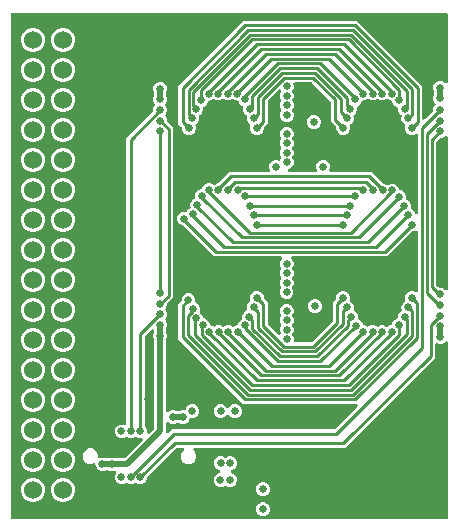
<source format=gbr>
G04 EAGLE Gerber RS-274X export*
G75*
%MOMM*%
%FSLAX34Y34*%
%LPD*%
%INCopper Layer 15*%
%IPPOS*%
%AMOC8*
5,1,8,0,0,1.08239X$1,22.5*%
G01*
G04 Define Apertures*
%ADD10C,1.524000*%
%ADD11C,0.654800*%
%ADD12C,0.508000*%
%ADD13C,0.254000*%
G36*
X371685Y2641D02*
X372102Y2926D01*
X372375Y3352D01*
X372460Y3810D01*
X372460Y152172D01*
X372359Y152667D01*
X372074Y153084D01*
X371648Y153356D01*
X371150Y153441D01*
X370658Y153325D01*
X370292Y153070D01*
X369293Y152071D01*
X367157Y151186D01*
X364843Y151186D01*
X363566Y151715D01*
X363070Y151812D01*
X362575Y151707D01*
X362161Y151418D01*
X361892Y150990D01*
X361810Y150542D01*
X361810Y139422D01*
X285578Y63190D01*
X158125Y63190D01*
X157630Y63089D01*
X157213Y62804D01*
X156940Y62378D01*
X156856Y61880D01*
X156972Y61388D01*
X157227Y61022D01*
X158544Y59705D01*
X159540Y57301D01*
X159540Y54699D01*
X158544Y52295D01*
X156705Y50456D01*
X154301Y49460D01*
X151699Y49460D01*
X149295Y50456D01*
X147456Y52295D01*
X146460Y54699D01*
X146460Y57301D01*
X147456Y59705D01*
X148773Y61022D01*
X149052Y61443D01*
X149145Y61940D01*
X149036Y62434D01*
X148744Y62846D01*
X148314Y63112D01*
X147875Y63190D01*
X143320Y63190D01*
X142825Y63089D01*
X142422Y62818D01*
X118402Y38798D01*
X118123Y38376D01*
X118030Y37900D01*
X118030Y36843D01*
X117145Y34707D01*
X115509Y33071D01*
X113373Y32186D01*
X111059Y32186D01*
X108711Y33159D01*
X108657Y33195D01*
X108160Y33288D01*
X107666Y33179D01*
X107617Y33146D01*
X105301Y32186D01*
X102987Y32186D01*
X100639Y33159D01*
X100585Y33195D01*
X100088Y33288D01*
X99594Y33179D01*
X99545Y33146D01*
X97229Y32186D01*
X94915Y32186D01*
X92779Y33071D01*
X91143Y34707D01*
X90258Y36843D01*
X90258Y39157D01*
X91143Y41293D01*
X91264Y41414D01*
X91543Y41836D01*
X91636Y42333D01*
X91528Y42826D01*
X91235Y43239D01*
X90805Y43504D01*
X90305Y43581D01*
X89880Y43486D01*
X89156Y43186D01*
X86843Y43186D01*
X85305Y43823D01*
X84819Y43920D01*
X83181Y43920D01*
X82695Y43823D01*
X81157Y43186D01*
X78843Y43186D01*
X76707Y44071D01*
X75071Y45707D01*
X74186Y47843D01*
X74186Y48754D01*
X74085Y49250D01*
X73800Y49667D01*
X73374Y49939D01*
X72876Y50024D01*
X72430Y49928D01*
X71301Y49460D01*
X68699Y49460D01*
X66295Y50456D01*
X64456Y52295D01*
X63460Y54699D01*
X63460Y57301D01*
X64456Y59705D01*
X66295Y61544D01*
X68699Y62540D01*
X71301Y62540D01*
X73705Y61544D01*
X75544Y59705D01*
X76540Y57301D01*
X76540Y55761D01*
X76641Y55265D01*
X76926Y54848D01*
X77352Y54576D01*
X77850Y54491D01*
X78296Y54587D01*
X78844Y54814D01*
X81157Y54814D01*
X82695Y54177D01*
X83181Y54080D01*
X84819Y54080D01*
X85305Y54177D01*
X86843Y54814D01*
X89157Y54814D01*
X90695Y54177D01*
X91181Y54080D01*
X98370Y54080D01*
X98865Y54181D01*
X99268Y54452D01*
X113834Y69018D01*
X114113Y69439D01*
X114206Y69936D01*
X114097Y70430D01*
X113805Y70842D01*
X113375Y71108D01*
X112936Y71186D01*
X111059Y71186D01*
X108711Y72159D01*
X108657Y72195D01*
X108160Y72288D01*
X107666Y72179D01*
X107617Y72146D01*
X105301Y71186D01*
X102987Y71186D01*
X100639Y72159D01*
X100585Y72195D01*
X100088Y72288D01*
X99594Y72179D01*
X99545Y72146D01*
X97229Y71186D01*
X94915Y71186D01*
X92779Y72071D01*
X91143Y73707D01*
X90258Y75843D01*
X90258Y78157D01*
X91143Y80293D01*
X92779Y81929D01*
X94915Y82814D01*
X97228Y82814D01*
X98434Y82315D01*
X98930Y82218D01*
X99425Y82323D01*
X99839Y82612D01*
X100108Y83040D01*
X100190Y83488D01*
X100190Y325578D01*
X122814Y348202D01*
X123093Y348624D01*
X123186Y349100D01*
X123186Y350157D01*
X124071Y352293D01*
X124380Y352602D01*
X124659Y353023D01*
X124752Y353520D01*
X124643Y354014D01*
X124380Y354398D01*
X124071Y354707D01*
X123186Y356843D01*
X123186Y359157D01*
X123823Y360695D01*
X123920Y361181D01*
X123920Y363819D01*
X123823Y364305D01*
X123186Y365843D01*
X123186Y368157D01*
X124071Y370293D01*
X125707Y371929D01*
X127843Y372814D01*
X130157Y372814D01*
X132293Y371929D01*
X133929Y370293D01*
X134814Y368157D01*
X134814Y365843D01*
X134177Y364305D01*
X134080Y363819D01*
X134080Y361181D01*
X134177Y360695D01*
X134814Y359157D01*
X134814Y356843D01*
X133929Y354707D01*
X133620Y354398D01*
X133341Y353977D01*
X133248Y353480D01*
X133357Y352986D01*
X133620Y352602D01*
X133929Y352293D01*
X134814Y350157D01*
X134814Y347843D01*
X133929Y345707D01*
X133620Y345398D01*
X133341Y344977D01*
X133248Y344480D01*
X133357Y343986D01*
X133620Y343602D01*
X133929Y343293D01*
X134814Y341157D01*
X134814Y340100D01*
X134915Y339605D01*
X135186Y339202D01*
X139810Y334578D01*
X139810Y190422D01*
X135318Y185930D01*
X135039Y185508D01*
X134946Y185032D01*
X134946Y183843D01*
X134061Y181707D01*
X133752Y181398D01*
X133473Y180977D01*
X133380Y180480D01*
X133489Y179986D01*
X133752Y179602D01*
X134061Y179293D01*
X134946Y177157D01*
X134946Y174843D01*
X134061Y172707D01*
X133686Y172332D01*
X133407Y171911D01*
X133314Y171414D01*
X133423Y170920D01*
X133686Y170536D01*
X133929Y170293D01*
X134814Y168157D01*
X134814Y165843D01*
X134177Y164305D01*
X134080Y163819D01*
X134080Y161181D01*
X134177Y160695D01*
X134814Y159157D01*
X134814Y156843D01*
X134177Y155305D01*
X134080Y154819D01*
X134080Y94368D01*
X134181Y93873D01*
X134466Y93456D01*
X134892Y93184D01*
X135390Y93099D01*
X135882Y93215D01*
X136248Y93470D01*
X136707Y93929D01*
X138843Y94814D01*
X141157Y94814D01*
X142695Y94177D01*
X143181Y94080D01*
X144819Y94080D01*
X145305Y94177D01*
X146843Y94814D01*
X149196Y94814D01*
X149691Y94915D01*
X150108Y95200D01*
X150369Y95598D01*
X151071Y97293D01*
X152707Y98929D01*
X154843Y99814D01*
X157157Y99814D01*
X159293Y98929D01*
X160929Y97293D01*
X161814Y95157D01*
X161814Y92843D01*
X160929Y90707D01*
X159293Y89071D01*
X157157Y88186D01*
X154804Y88186D01*
X154309Y88085D01*
X153892Y87800D01*
X153631Y87402D01*
X152929Y85707D01*
X151293Y84071D01*
X149157Y83186D01*
X146843Y83186D01*
X145305Y83823D01*
X144819Y83920D01*
X143181Y83920D01*
X142695Y83823D01*
X141157Y83186D01*
X138843Y83186D01*
X136707Y84071D01*
X136248Y84530D01*
X135827Y84809D01*
X135330Y84902D01*
X134836Y84793D01*
X134424Y84501D01*
X134158Y84071D01*
X134080Y83632D01*
X134080Y76900D01*
X134181Y76404D01*
X134466Y75988D01*
X134892Y75715D01*
X135390Y75630D01*
X135882Y75747D01*
X136248Y76002D01*
X139120Y78874D01*
X275960Y78874D01*
X276455Y78975D01*
X276858Y79246D01*
X295634Y98022D01*
X295913Y98443D01*
X296006Y98940D01*
X295897Y99434D01*
X295605Y99846D01*
X295175Y100112D01*
X294736Y100190D01*
X199422Y100190D01*
X144190Y155422D01*
X144190Y184614D01*
X146649Y187073D01*
X146928Y187494D01*
X147021Y187971D01*
X147021Y189358D01*
X147906Y191495D01*
X149542Y193130D01*
X151678Y194015D01*
X153991Y194015D01*
X156128Y193130D01*
X157764Y191495D01*
X158649Y189358D01*
X158649Y187081D01*
X158749Y186586D01*
X159035Y186169D01*
X159433Y185908D01*
X160061Y185647D01*
X161697Y184012D01*
X162582Y181875D01*
X162582Y179562D01*
X162260Y178785D01*
X162163Y178289D01*
X162268Y177794D01*
X162535Y177401D01*
X163996Y175940D01*
X164969Y173592D01*
X164982Y173527D01*
X165268Y173110D01*
X165693Y172838D01*
X165752Y172827D01*
X168068Y171868D01*
X169704Y170232D01*
X170676Y167884D01*
X170690Y167820D01*
X170975Y167403D01*
X171401Y167130D01*
X171459Y167119D01*
X173776Y166160D01*
X173825Y166111D01*
X174247Y165831D01*
X174744Y165739D01*
X175209Y165835D01*
X177398Y166742D01*
X179711Y166742D01*
X182063Y165768D01*
X182560Y165671D01*
X183054Y165776D01*
X183196Y165872D01*
X185470Y166814D01*
X187783Y166814D01*
X190064Y165869D01*
X190236Y165755D01*
X190733Y165663D01*
X191227Y165771D01*
X191383Y165878D01*
X193841Y166896D01*
X193930Y166915D01*
X194347Y167200D01*
X194620Y167626D01*
X194626Y167661D01*
X195590Y169988D01*
X197226Y171624D01*
X197785Y171855D01*
X198204Y172138D01*
X198480Y172562D01*
X198569Y173029D01*
X198569Y175403D01*
X199454Y177540D01*
X201089Y179176D01*
X201469Y179333D01*
X201888Y179616D01*
X202164Y180039D01*
X202253Y180537D01*
X202209Y180745D01*
X202209Y183179D01*
X203094Y185316D01*
X204850Y187072D01*
X205129Y187494D01*
X205222Y187991D01*
X205126Y188457D01*
X204926Y188938D01*
X204926Y191251D01*
X205811Y193388D01*
X207447Y195024D01*
X209583Y195909D01*
X211897Y195909D01*
X214033Y195024D01*
X215669Y193388D01*
X216554Y191251D01*
X216554Y190530D01*
X216655Y190035D01*
X216926Y189632D01*
X219810Y186748D01*
X219810Y168523D01*
X219911Y168027D01*
X220182Y167625D01*
X228708Y159098D01*
X229130Y158819D01*
X229627Y158727D01*
X230120Y158835D01*
X230532Y159128D01*
X230798Y159558D01*
X230875Y160057D01*
X230780Y160482D01*
X230186Y161916D01*
X230186Y164229D01*
X231159Y166577D01*
X231195Y166631D01*
X231288Y167128D01*
X231179Y167622D01*
X231146Y167671D01*
X230186Y169987D01*
X230186Y172301D01*
X231159Y174649D01*
X231195Y174703D01*
X231288Y175200D01*
X231179Y175694D01*
X231146Y175743D01*
X230186Y178059D01*
X230186Y180373D01*
X231071Y182509D01*
X232707Y184145D01*
X234843Y185030D01*
X237157Y185030D01*
X239293Y184145D01*
X240929Y182509D01*
X241814Y180373D01*
X241814Y178059D01*
X240841Y175711D01*
X240805Y175657D01*
X240712Y175160D01*
X240821Y174666D01*
X240854Y174617D01*
X241814Y172301D01*
X241814Y169987D01*
X240841Y167639D01*
X240805Y167585D01*
X240712Y167088D01*
X240821Y166594D01*
X240854Y166545D01*
X241814Y164229D01*
X241814Y161915D01*
X240841Y159567D01*
X240805Y159513D01*
X240712Y159016D01*
X240821Y158522D01*
X240854Y158473D01*
X241814Y156157D01*
X241814Y153784D01*
X241915Y153289D01*
X242200Y152872D01*
X242626Y152599D01*
X243084Y152514D01*
X256600Y152514D01*
X257095Y152615D01*
X257498Y152886D01*
X274818Y170206D01*
X275097Y170628D01*
X275190Y171104D01*
X275190Y186748D01*
X277612Y189170D01*
X277891Y189591D01*
X277984Y190068D01*
X277984Y191124D01*
X278869Y193261D01*
X280505Y194897D01*
X282641Y195782D01*
X284955Y195782D01*
X287091Y194897D01*
X288727Y193261D01*
X289612Y191124D01*
X289612Y188811D01*
X289511Y188567D01*
X289414Y188070D01*
X289519Y187576D01*
X289808Y187161D01*
X290198Y186907D01*
X290398Y186825D01*
X292033Y185189D01*
X292918Y183052D01*
X292918Y180597D01*
X292874Y180369D01*
X292979Y179875D01*
X293268Y179460D01*
X293658Y179206D01*
X294038Y179049D01*
X295673Y177413D01*
X296558Y175276D01*
X296558Y172902D01*
X296659Y172406D01*
X296945Y171989D01*
X297342Y171728D01*
X297901Y171497D01*
X299537Y169861D01*
X300474Y167598D01*
X300757Y167179D01*
X301180Y166903D01*
X301648Y166814D01*
X301837Y166814D01*
X304185Y165841D01*
X304239Y165805D01*
X304736Y165712D01*
X305230Y165821D01*
X305279Y165854D01*
X307595Y166814D01*
X309909Y166814D01*
X312137Y165891D01*
X312399Y165717D01*
X312896Y165624D01*
X313390Y165733D01*
X313473Y165790D01*
X315771Y166742D01*
X318085Y166742D01*
X320437Y165768D01*
X320933Y165671D01*
X321427Y165776D01*
X321569Y165872D01*
X323843Y166814D01*
X324125Y166814D01*
X324621Y166915D01*
X325037Y167200D01*
X325310Y167626D01*
X325349Y167835D01*
X326280Y170084D01*
X327916Y171720D01*
X329402Y172335D01*
X329821Y172618D01*
X330097Y173041D01*
X330186Y173509D01*
X330186Y175013D01*
X331071Y177149D01*
X332756Y178834D01*
X333064Y179042D01*
X333340Y179465D01*
X333428Y179963D01*
X333332Y180419D01*
X333186Y180772D01*
X333186Y183085D01*
X334071Y185221D01*
X335756Y186906D01*
X336064Y187114D01*
X336340Y187537D01*
X336428Y188035D01*
X336332Y188491D01*
X336186Y188844D01*
X336186Y191157D01*
X337071Y193293D01*
X338707Y194929D01*
X340843Y195814D01*
X343157Y195814D01*
X345238Y194952D01*
X345734Y194855D01*
X346229Y194960D01*
X346643Y195249D01*
X346912Y195677D01*
X346994Y196125D01*
X346994Y245847D01*
X346893Y246342D01*
X346608Y246759D01*
X346182Y247031D01*
X345684Y247116D01*
X345238Y247020D01*
X343342Y246235D01*
X342286Y246235D01*
X341791Y246134D01*
X341388Y245863D01*
X320715Y225190D01*
X241138Y225190D01*
X240643Y225089D01*
X240226Y224804D01*
X239953Y224378D01*
X239869Y223880D01*
X239985Y223388D01*
X240240Y223022D01*
X240929Y222333D01*
X241814Y220196D01*
X241814Y217883D01*
X240841Y215535D01*
X240805Y215480D01*
X240712Y214983D01*
X240821Y214490D01*
X240854Y214441D01*
X241814Y212124D01*
X241814Y209811D01*
X240841Y207463D01*
X240805Y207408D01*
X240712Y206911D01*
X240821Y206418D01*
X240854Y206369D01*
X241814Y204052D01*
X241814Y201739D01*
X240853Y199418D01*
X240785Y199316D01*
X240693Y198820D01*
X240796Y198352D01*
X240793Y198350D01*
X240799Y198334D01*
X240801Y198326D01*
X240805Y198320D01*
X241774Y195980D01*
X241774Y193667D01*
X240889Y191530D01*
X239254Y189895D01*
X237117Y189010D01*
X234804Y189010D01*
X232667Y189895D01*
X231032Y191530D01*
X230146Y193667D01*
X230146Y195980D01*
X231108Y198301D01*
X231175Y198403D01*
X231268Y198900D01*
X231165Y199368D01*
X231168Y199369D01*
X231161Y199385D01*
X231159Y199393D01*
X231155Y199399D01*
X230186Y201739D01*
X230186Y204052D01*
X231159Y206400D01*
X231195Y206455D01*
X231288Y206952D01*
X231179Y207446D01*
X231146Y207494D01*
X230186Y209811D01*
X230186Y212124D01*
X231159Y214472D01*
X231195Y214527D01*
X231288Y215024D01*
X231179Y215518D01*
X231146Y215566D01*
X230186Y217883D01*
X230186Y220196D01*
X231071Y222333D01*
X231760Y223022D01*
X232039Y223443D01*
X232132Y223940D01*
X232024Y224434D01*
X231731Y224846D01*
X231301Y225112D01*
X230862Y225190D01*
X174285Y225190D01*
X148428Y251047D01*
X148006Y251326D01*
X147772Y251372D01*
X145521Y252304D01*
X143885Y253940D01*
X143000Y256077D01*
X143000Y258390D01*
X143885Y260527D01*
X145521Y262162D01*
X147658Y263047D01*
X149971Y263047D01*
X150006Y263033D01*
X150502Y262936D01*
X150996Y263041D01*
X151411Y263330D01*
X151665Y263720D01*
X151795Y264033D01*
X153430Y265669D01*
X153814Y265828D01*
X154233Y266110D01*
X154509Y266534D01*
X154598Y267031D01*
X154558Y267220D01*
X154558Y269664D01*
X155443Y271801D01*
X157078Y273436D01*
X157641Y273670D01*
X158061Y273952D01*
X158336Y274376D01*
X158425Y274843D01*
X158425Y277212D01*
X159310Y279349D01*
X160946Y280984D01*
X163083Y281869D01*
X163200Y281869D01*
X163695Y281970D01*
X164112Y282256D01*
X164373Y282653D01*
X165266Y284809D01*
X166902Y286444D01*
X169038Y287329D01*
X171351Y287329D01*
X173488Y286444D01*
X173687Y286245D01*
X174109Y285966D01*
X174606Y285873D01*
X175071Y285970D01*
X177313Y286898D01*
X177395Y286915D01*
X177798Y287186D01*
X187354Y296742D01*
X220570Y296742D01*
X221065Y296843D01*
X221482Y297128D01*
X221755Y297554D01*
X221839Y298052D01*
X221743Y298498D01*
X221186Y299844D01*
X221186Y302157D01*
X222071Y304293D01*
X223707Y305929D01*
X225843Y306814D01*
X228156Y306814D01*
X229050Y306444D01*
X229546Y306347D01*
X230040Y306452D01*
X230455Y306741D01*
X230709Y307131D01*
X231159Y308217D01*
X231195Y308271D01*
X231288Y308768D01*
X231179Y309262D01*
X231146Y309311D01*
X230186Y311627D01*
X230186Y313941D01*
X231159Y316289D01*
X231195Y316343D01*
X231288Y316840D01*
X231179Y317334D01*
X231146Y317383D01*
X230186Y319699D01*
X230186Y322013D01*
X231159Y324361D01*
X231195Y324415D01*
X231288Y324912D01*
X231179Y325406D01*
X231146Y325455D01*
X230186Y327771D01*
X230186Y330085D01*
X231071Y332221D01*
X232707Y333857D01*
X234843Y334742D01*
X237157Y334742D01*
X239293Y333857D01*
X240929Y332221D01*
X241814Y330085D01*
X241814Y327771D01*
X240841Y325423D01*
X240805Y325369D01*
X240712Y324872D01*
X240821Y324378D01*
X240854Y324329D01*
X241814Y322013D01*
X241814Y319699D01*
X240841Y317351D01*
X240805Y317297D01*
X240712Y316800D01*
X240821Y316306D01*
X240854Y316257D01*
X241814Y313941D01*
X241814Y311627D01*
X240841Y309279D01*
X240805Y309225D01*
X240712Y308728D01*
X240821Y308234D01*
X240854Y308185D01*
X241814Y305869D01*
X241814Y303555D01*
X240929Y301419D01*
X239293Y299783D01*
X237850Y299185D01*
X237431Y298903D01*
X237155Y298479D01*
X237067Y297982D01*
X237179Y297489D01*
X237475Y297079D01*
X237907Y296817D01*
X238336Y296742D01*
X260570Y296742D01*
X261065Y296843D01*
X261482Y297128D01*
X261755Y297554D01*
X261839Y298052D01*
X261743Y298498D01*
X261186Y299844D01*
X261186Y302157D01*
X262071Y304293D01*
X263707Y305929D01*
X265843Y306814D01*
X268157Y306814D01*
X270293Y305929D01*
X271929Y304293D01*
X272814Y302157D01*
X272814Y299844D01*
X272257Y298498D01*
X272160Y298002D01*
X272265Y297507D01*
X272554Y297093D01*
X272982Y296824D01*
X273430Y296742D01*
X307646Y296742D01*
X317202Y287186D01*
X317623Y286907D01*
X318100Y286814D01*
X318405Y286814D01*
X320753Y285842D01*
X320807Y285805D01*
X321304Y285713D01*
X321798Y285821D01*
X321847Y285855D01*
X324163Y286814D01*
X326477Y286814D01*
X328613Y285929D01*
X330249Y284294D01*
X331183Y282038D01*
X331466Y281619D01*
X331889Y281343D01*
X332356Y281254D01*
X332540Y281254D01*
X334677Y280369D01*
X336313Y278734D01*
X337198Y276597D01*
X337198Y274222D01*
X337298Y273727D01*
X337584Y273310D01*
X337982Y273049D01*
X338541Y272817D01*
X340176Y271182D01*
X341062Y269045D01*
X341062Y266579D01*
X341021Y266372D01*
X341126Y265877D01*
X341415Y265463D01*
X341805Y265209D01*
X342189Y265050D01*
X343825Y263414D01*
X344551Y261661D01*
X344833Y261242D01*
X345257Y260966D01*
X345754Y260877D01*
X346247Y260990D01*
X346657Y261285D01*
X346919Y261718D01*
X346994Y262147D01*
X346994Y327875D01*
X346893Y328370D01*
X346608Y328787D01*
X346182Y329060D01*
X345684Y329144D01*
X345238Y329048D01*
X343157Y328186D01*
X340843Y328186D01*
X338707Y329071D01*
X337071Y330707D01*
X336186Y332843D01*
X336186Y335156D01*
X336332Y335509D01*
X336429Y336006D01*
X336324Y336500D01*
X336035Y336915D01*
X335749Y337101D01*
X334071Y338779D01*
X333186Y340915D01*
X333186Y343228D01*
X333332Y343581D01*
X333429Y344078D01*
X333324Y344572D01*
X333035Y344987D01*
X332749Y345173D01*
X331071Y346851D01*
X330186Y348987D01*
X330186Y350491D01*
X330085Y350987D01*
X329800Y351404D01*
X329402Y351665D01*
X327916Y352280D01*
X326280Y353916D01*
X325341Y356184D01*
X325295Y356411D01*
X325009Y356828D01*
X324583Y357101D01*
X324125Y357186D01*
X323843Y357186D01*
X321495Y358159D01*
X321441Y358195D01*
X320944Y358288D01*
X320450Y358179D01*
X320401Y358146D01*
X318085Y357186D01*
X315771Y357186D01*
X313480Y358135D01*
X313327Y358236D01*
X312830Y358329D01*
X312365Y358232D01*
X310013Y357258D01*
X307699Y357258D01*
X305347Y358232D01*
X304851Y358329D01*
X304357Y358224D01*
X304215Y358128D01*
X301941Y357186D01*
X300936Y357186D01*
X300441Y357085D01*
X300024Y356800D01*
X299763Y356402D01*
X299061Y354707D01*
X297425Y353071D01*
X296597Y352728D01*
X296178Y352446D01*
X295902Y352022D01*
X295819Y351553D01*
X295814Y351553D01*
X295814Y351526D01*
X295814Y351524D01*
X295814Y351523D01*
X295814Y348987D01*
X294929Y346851D01*
X293244Y345166D01*
X292936Y344958D01*
X292660Y344535D01*
X292572Y344037D01*
X292668Y343581D01*
X292814Y343228D01*
X292814Y340915D01*
X291929Y338779D01*
X290244Y337094D01*
X289936Y336886D01*
X289660Y336463D01*
X289572Y335965D01*
X289668Y335509D01*
X289814Y335156D01*
X289814Y332843D01*
X288929Y330707D01*
X287293Y329071D01*
X285157Y328186D01*
X282843Y328186D01*
X280707Y329071D01*
X279071Y330707D01*
X278186Y332843D01*
X278186Y333900D01*
X278085Y334395D01*
X277814Y334798D01*
X273190Y339422D01*
X273190Y355896D01*
X273089Y356391D01*
X272818Y356794D01*
X257498Y372114D01*
X257076Y372393D01*
X256600Y372486D01*
X242869Y372486D01*
X242374Y372385D01*
X241957Y372100D01*
X241684Y371674D01*
X241600Y371176D01*
X241696Y370730D01*
X241814Y370445D01*
X241814Y368131D01*
X240841Y365783D01*
X240805Y365729D01*
X240712Y365232D01*
X240821Y364738D01*
X240854Y364689D01*
X241814Y362373D01*
X241814Y360060D01*
X240839Y357704D01*
X240742Y357208D01*
X240846Y356714D01*
X240939Y356578D01*
X241882Y354301D01*
X241882Y351987D01*
X240909Y349639D01*
X240873Y349585D01*
X240780Y349088D01*
X240889Y348594D01*
X240922Y348545D01*
X241882Y346229D01*
X241882Y343915D01*
X240997Y341779D01*
X239361Y340143D01*
X237225Y339258D01*
X234911Y339258D01*
X232775Y340143D01*
X231139Y341779D01*
X230254Y343915D01*
X230254Y346229D01*
X231227Y348577D01*
X231263Y348631D01*
X231356Y349128D01*
X231247Y349622D01*
X231214Y349671D01*
X230254Y351987D01*
X230254Y354300D01*
X231230Y356656D01*
X231326Y357152D01*
X231222Y357646D01*
X231129Y357782D01*
X230186Y360059D01*
X230186Y362373D01*
X231159Y364721D01*
X231195Y364775D01*
X231288Y365272D01*
X231179Y365766D01*
X231146Y365815D01*
X231134Y365844D01*
X230851Y366263D01*
X230428Y366539D01*
X229930Y366627D01*
X229437Y366515D01*
X229062Y366256D01*
X220182Y357375D01*
X219903Y356954D01*
X219810Y356477D01*
X219810Y337554D01*
X217054Y334798D01*
X216775Y334376D01*
X216682Y333900D01*
X216682Y332843D01*
X215797Y330707D01*
X214161Y329071D01*
X212025Y328186D01*
X209711Y328186D01*
X207575Y329071D01*
X205939Y330707D01*
X205054Y332843D01*
X205054Y335157D01*
X205220Y335556D01*
X205316Y336052D01*
X205212Y336547D01*
X204923Y336961D01*
X204825Y337025D01*
X203071Y338779D01*
X202186Y340915D01*
X202186Y343228D01*
X202332Y343581D01*
X202429Y344078D01*
X202324Y344572D01*
X202035Y344987D01*
X201749Y345173D01*
X200071Y346851D01*
X199186Y348987D01*
X199186Y351536D01*
X199196Y351587D01*
X199092Y352082D01*
X198803Y352496D01*
X198412Y352751D01*
X197639Y353071D01*
X196003Y354707D01*
X195301Y356402D01*
X195018Y356821D01*
X194595Y357097D01*
X194128Y357186D01*
X193059Y357186D01*
X190768Y358135D01*
X190615Y358236D01*
X190118Y358329D01*
X189653Y358232D01*
X187301Y357258D01*
X184987Y357258D01*
X182635Y358232D01*
X182139Y358329D01*
X181645Y358224D01*
X181503Y358128D01*
X179229Y357186D01*
X176915Y357186D01*
X174567Y358159D01*
X174513Y358195D01*
X174016Y358288D01*
X173522Y358179D01*
X173473Y358146D01*
X171157Y357186D01*
X170875Y357186D01*
X170379Y357085D01*
X169963Y356800D01*
X169690Y356374D01*
X169651Y356165D01*
X168720Y353916D01*
X167084Y352280D01*
X165598Y351665D01*
X165179Y351382D01*
X164903Y350959D01*
X164814Y350491D01*
X164814Y349040D01*
X163929Y346903D01*
X162244Y345219D01*
X161936Y345011D01*
X161660Y344587D01*
X161572Y344090D01*
X161668Y343634D01*
X161814Y343281D01*
X161814Y340968D01*
X160929Y338831D01*
X159208Y337111D01*
X158981Y336958D01*
X158705Y336534D01*
X158617Y336036D01*
X158713Y335581D01*
X158867Y335209D01*
X158867Y332896D01*
X157982Y330759D01*
X156346Y329124D01*
X154209Y328239D01*
X151896Y328239D01*
X149759Y329124D01*
X148124Y330759D01*
X147239Y332896D01*
X147239Y333952D01*
X147138Y334448D01*
X146867Y334851D01*
X144190Y337527D01*
X144190Y369578D01*
X199422Y424810D01*
X295578Y424810D01*
X350810Y369578D01*
X350810Y342264D01*
X350911Y341769D01*
X351196Y341352D01*
X351622Y341080D01*
X352120Y340995D01*
X352612Y341111D01*
X352978Y341366D01*
X359814Y348202D01*
X360093Y348624D01*
X360186Y349100D01*
X360186Y350157D01*
X361071Y352293D01*
X361880Y353102D01*
X362159Y353523D01*
X362252Y354020D01*
X362143Y354514D01*
X361880Y354898D01*
X361071Y355707D01*
X360186Y357843D01*
X360186Y360157D01*
X360823Y361695D01*
X360920Y362181D01*
X360920Y364819D01*
X360823Y365305D01*
X360186Y366843D01*
X360186Y369157D01*
X361071Y371293D01*
X362707Y372929D01*
X364843Y373814D01*
X367157Y373814D01*
X369293Y372929D01*
X370292Y371930D01*
X370713Y371651D01*
X371210Y371558D01*
X371704Y371667D01*
X372116Y371959D01*
X372382Y372389D01*
X372460Y372828D01*
X372460Y430190D01*
X372359Y430685D01*
X372074Y431102D01*
X371648Y431375D01*
X371190Y431460D01*
X3810Y431460D01*
X3315Y431359D01*
X2898Y431074D01*
X2625Y430648D01*
X2540Y430190D01*
X2540Y3810D01*
X2641Y3315D01*
X2926Y2898D01*
X3352Y2625D01*
X3810Y2540D01*
X371190Y2540D01*
X371685Y2641D01*
G37*
%LPC*%
G36*
X44679Y398340D02*
X40945Y399887D01*
X38087Y402745D01*
X36540Y406479D01*
X36540Y410521D01*
X38087Y414255D01*
X40945Y417113D01*
X44679Y418660D01*
X48721Y418660D01*
X52455Y417113D01*
X55313Y414255D01*
X56860Y410521D01*
X56860Y406479D01*
X55313Y402745D01*
X52455Y399887D01*
X48721Y398340D01*
X44679Y398340D01*
G37*
G36*
X19279Y398340D02*
X15545Y399887D01*
X12687Y402745D01*
X11140Y406479D01*
X11140Y410521D01*
X12687Y414255D01*
X15545Y417113D01*
X19279Y418660D01*
X23321Y418660D01*
X27055Y417113D01*
X29913Y414255D01*
X31460Y410521D01*
X31460Y406479D01*
X29913Y402745D01*
X27055Y399887D01*
X23321Y398340D01*
X19279Y398340D01*
G37*
G36*
X44679Y372940D02*
X40945Y374487D01*
X38087Y377345D01*
X36540Y381079D01*
X36540Y385121D01*
X38087Y388855D01*
X40945Y391713D01*
X44679Y393260D01*
X48721Y393260D01*
X52455Y391713D01*
X55313Y388855D01*
X56860Y385121D01*
X56860Y381079D01*
X55313Y377345D01*
X52455Y374487D01*
X48721Y372940D01*
X44679Y372940D01*
G37*
G36*
X19279Y372940D02*
X15545Y374487D01*
X12687Y377345D01*
X11140Y381079D01*
X11140Y385121D01*
X12687Y388855D01*
X15545Y391713D01*
X19279Y393260D01*
X23321Y393260D01*
X27055Y391713D01*
X29913Y388855D01*
X31460Y385121D01*
X31460Y381079D01*
X29913Y377345D01*
X27055Y374487D01*
X23321Y372940D01*
X19279Y372940D01*
G37*
G36*
X44679Y347540D02*
X40945Y349087D01*
X38087Y351945D01*
X36540Y355679D01*
X36540Y359721D01*
X38087Y363455D01*
X40945Y366313D01*
X44679Y367860D01*
X48721Y367860D01*
X52455Y366313D01*
X55313Y363455D01*
X56860Y359721D01*
X56860Y355679D01*
X55313Y351945D01*
X52455Y349087D01*
X48721Y347540D01*
X44679Y347540D01*
G37*
G36*
X19279Y347540D02*
X15545Y349087D01*
X12687Y351945D01*
X11140Y355679D01*
X11140Y359721D01*
X12687Y363455D01*
X15545Y366313D01*
X19279Y367860D01*
X23321Y367860D01*
X27055Y366313D01*
X29913Y363455D01*
X31460Y359721D01*
X31460Y355679D01*
X29913Y351945D01*
X27055Y349087D01*
X23321Y347540D01*
X19279Y347540D01*
G37*
G36*
X257843Y333186D02*
X255707Y334071D01*
X254071Y335707D01*
X253186Y337843D01*
X253186Y340157D01*
X254071Y342293D01*
X255707Y343929D01*
X257843Y344814D01*
X260157Y344814D01*
X262293Y343929D01*
X263929Y342293D01*
X264814Y340157D01*
X264814Y337843D01*
X263929Y335707D01*
X262293Y334071D01*
X260157Y333186D01*
X257843Y333186D01*
G37*
G36*
X44679Y322140D02*
X40945Y323687D01*
X38087Y326545D01*
X36540Y330279D01*
X36540Y334321D01*
X38087Y338055D01*
X40945Y340913D01*
X44679Y342460D01*
X48721Y342460D01*
X52455Y340913D01*
X55313Y338055D01*
X56860Y334321D01*
X56860Y330279D01*
X55313Y326545D01*
X52455Y323687D01*
X48721Y322140D01*
X44679Y322140D01*
G37*
G36*
X19279Y322140D02*
X15545Y323687D01*
X12687Y326545D01*
X11140Y330279D01*
X11140Y334321D01*
X12687Y338055D01*
X15545Y340913D01*
X19279Y342460D01*
X23321Y342460D01*
X27055Y340913D01*
X29913Y338055D01*
X31460Y334321D01*
X31460Y330279D01*
X29913Y326545D01*
X27055Y323687D01*
X23321Y322140D01*
X19279Y322140D01*
G37*
G36*
X44679Y296740D02*
X40945Y298287D01*
X38087Y301145D01*
X36540Y304879D01*
X36540Y308921D01*
X38087Y312655D01*
X40945Y315513D01*
X44679Y317060D01*
X48721Y317060D01*
X52455Y315513D01*
X55313Y312655D01*
X56860Y308921D01*
X56860Y304879D01*
X55313Y301145D01*
X52455Y298287D01*
X48721Y296740D01*
X44679Y296740D01*
G37*
G36*
X19279Y296740D02*
X15545Y298287D01*
X12687Y301145D01*
X11140Y304879D01*
X11140Y308921D01*
X12687Y312655D01*
X15545Y315513D01*
X19279Y317060D01*
X23321Y317060D01*
X27055Y315513D01*
X29913Y312655D01*
X31460Y308921D01*
X31460Y304879D01*
X29913Y301145D01*
X27055Y298287D01*
X23321Y296740D01*
X19279Y296740D01*
G37*
G36*
X44679Y271340D02*
X40945Y272887D01*
X38087Y275745D01*
X36540Y279479D01*
X36540Y283521D01*
X38087Y287255D01*
X40945Y290113D01*
X44679Y291660D01*
X48721Y291660D01*
X52455Y290113D01*
X55313Y287255D01*
X56860Y283521D01*
X56860Y279479D01*
X55313Y275745D01*
X52455Y272887D01*
X48721Y271340D01*
X44679Y271340D01*
G37*
G36*
X19279Y271340D02*
X15545Y272887D01*
X12687Y275745D01*
X11140Y279479D01*
X11140Y283521D01*
X12687Y287255D01*
X15545Y290113D01*
X19279Y291660D01*
X23321Y291660D01*
X27055Y290113D01*
X29913Y287255D01*
X31460Y283521D01*
X31460Y279479D01*
X29913Y275745D01*
X27055Y272887D01*
X23321Y271340D01*
X19279Y271340D01*
G37*
G36*
X44679Y245940D02*
X40945Y247487D01*
X38087Y250345D01*
X36540Y254079D01*
X36540Y258121D01*
X38087Y261855D01*
X40945Y264713D01*
X44679Y266260D01*
X48721Y266260D01*
X52455Y264713D01*
X55313Y261855D01*
X56860Y258121D01*
X56860Y254079D01*
X55313Y250345D01*
X52455Y247487D01*
X48721Y245940D01*
X44679Y245940D01*
G37*
G36*
X19279Y245940D02*
X15545Y247487D01*
X12687Y250345D01*
X11140Y254079D01*
X11140Y258121D01*
X12687Y261855D01*
X15545Y264713D01*
X19279Y266260D01*
X23321Y266260D01*
X27055Y264713D01*
X29913Y261855D01*
X31460Y258121D01*
X31460Y254079D01*
X29913Y250345D01*
X27055Y247487D01*
X23321Y245940D01*
X19279Y245940D01*
G37*
G36*
X44679Y220540D02*
X40945Y222087D01*
X38087Y224945D01*
X36540Y228679D01*
X36540Y232721D01*
X38087Y236455D01*
X40945Y239313D01*
X44679Y240860D01*
X48721Y240860D01*
X52455Y239313D01*
X55313Y236455D01*
X56860Y232721D01*
X56860Y228679D01*
X55313Y224945D01*
X52455Y222087D01*
X48721Y220540D01*
X44679Y220540D01*
G37*
G36*
X19279Y220540D02*
X15545Y222087D01*
X12687Y224945D01*
X11140Y228679D01*
X11140Y232721D01*
X12687Y236455D01*
X15545Y239313D01*
X19279Y240860D01*
X23321Y240860D01*
X27055Y239313D01*
X29913Y236455D01*
X31460Y232721D01*
X31460Y228679D01*
X29913Y224945D01*
X27055Y222087D01*
X23321Y220540D01*
X19279Y220540D01*
G37*
G36*
X44679Y195140D02*
X40945Y196687D01*
X38087Y199545D01*
X36540Y203279D01*
X36540Y207321D01*
X38087Y211055D01*
X40945Y213913D01*
X44679Y215460D01*
X48721Y215460D01*
X52455Y213913D01*
X55313Y211055D01*
X56860Y207321D01*
X56860Y203279D01*
X55313Y199545D01*
X52455Y196687D01*
X48721Y195140D01*
X44679Y195140D01*
G37*
G36*
X19279Y195140D02*
X15545Y196687D01*
X12687Y199545D01*
X11140Y203279D01*
X11140Y207321D01*
X12687Y211055D01*
X15545Y213913D01*
X19279Y215460D01*
X23321Y215460D01*
X27055Y213913D01*
X29913Y211055D01*
X31460Y207321D01*
X31460Y203279D01*
X29913Y199545D01*
X27055Y196687D01*
X23321Y195140D01*
X19279Y195140D01*
G37*
G36*
X44679Y169740D02*
X40945Y171287D01*
X38087Y174145D01*
X36540Y177879D01*
X36540Y181921D01*
X38087Y185655D01*
X40945Y188513D01*
X44679Y190060D01*
X48721Y190060D01*
X52455Y188513D01*
X55313Y185655D01*
X56860Y181921D01*
X56860Y177879D01*
X55313Y174145D01*
X52455Y171287D01*
X48721Y169740D01*
X44679Y169740D01*
G37*
G36*
X19279Y169740D02*
X15545Y171287D01*
X12687Y174145D01*
X11140Y177879D01*
X11140Y181921D01*
X12687Y185655D01*
X15545Y188513D01*
X19279Y190060D01*
X23321Y190060D01*
X27055Y188513D01*
X29913Y185655D01*
X31460Y181921D01*
X31460Y177879D01*
X29913Y174145D01*
X27055Y171287D01*
X23321Y169740D01*
X19279Y169740D01*
G37*
G36*
X258843Y177186D02*
X256707Y178071D01*
X255071Y179707D01*
X254186Y181843D01*
X254186Y184157D01*
X255071Y186293D01*
X256707Y187929D01*
X258843Y188814D01*
X261157Y188814D01*
X263293Y187929D01*
X264929Y186293D01*
X265814Y184157D01*
X265814Y181843D01*
X264929Y179707D01*
X263293Y178071D01*
X261157Y177186D01*
X258843Y177186D01*
G37*
G36*
X44679Y144340D02*
X40945Y145887D01*
X38087Y148745D01*
X36540Y152479D01*
X36540Y156521D01*
X38087Y160255D01*
X40945Y163113D01*
X44679Y164660D01*
X48721Y164660D01*
X52455Y163113D01*
X55313Y160255D01*
X56860Y156521D01*
X56860Y152479D01*
X55313Y148745D01*
X52455Y145887D01*
X48721Y144340D01*
X44679Y144340D01*
G37*
G36*
X19279Y144340D02*
X15545Y145887D01*
X12687Y148745D01*
X11140Y152479D01*
X11140Y156521D01*
X12687Y160255D01*
X15545Y163113D01*
X19279Y164660D01*
X23321Y164660D01*
X27055Y163113D01*
X29913Y160255D01*
X31460Y156521D01*
X31460Y152479D01*
X29913Y148745D01*
X27055Y145887D01*
X23321Y144340D01*
X19279Y144340D01*
G37*
G36*
X44679Y118940D02*
X40945Y120487D01*
X38087Y123345D01*
X36540Y127079D01*
X36540Y131121D01*
X38087Y134855D01*
X40945Y137713D01*
X44679Y139260D01*
X48721Y139260D01*
X52455Y137713D01*
X55313Y134855D01*
X56860Y131121D01*
X56860Y127079D01*
X55313Y123345D01*
X52455Y120487D01*
X48721Y118940D01*
X44679Y118940D01*
G37*
G36*
X19279Y118940D02*
X15545Y120487D01*
X12687Y123345D01*
X11140Y127079D01*
X11140Y131121D01*
X12687Y134855D01*
X15545Y137713D01*
X19279Y139260D01*
X23321Y139260D01*
X27055Y137713D01*
X29913Y134855D01*
X31460Y131121D01*
X31460Y127079D01*
X29913Y123345D01*
X27055Y120487D01*
X23321Y118940D01*
X19279Y118940D01*
G37*
G36*
X44679Y93540D02*
X40945Y95087D01*
X38087Y97945D01*
X36540Y101679D01*
X36540Y105721D01*
X38087Y109455D01*
X40945Y112313D01*
X44679Y113860D01*
X48721Y113860D01*
X52455Y112313D01*
X55313Y109455D01*
X56860Y105721D01*
X56860Y101679D01*
X55313Y97945D01*
X52455Y95087D01*
X48721Y93540D01*
X44679Y93540D01*
G37*
G36*
X19279Y93540D02*
X15545Y95087D01*
X12687Y97945D01*
X11140Y101679D01*
X11140Y105721D01*
X12687Y109455D01*
X15545Y112313D01*
X19279Y113860D01*
X23321Y113860D01*
X27055Y112313D01*
X29913Y109455D01*
X31460Y105721D01*
X31460Y101679D01*
X29913Y97945D01*
X27055Y95087D01*
X23321Y93540D01*
X19279Y93540D01*
G37*
G36*
X178843Y88186D02*
X176707Y89071D01*
X175071Y90707D01*
X174186Y92843D01*
X174186Y95157D01*
X175071Y97293D01*
X176707Y98929D01*
X178843Y99814D01*
X181157Y99814D01*
X183293Y98929D01*
X185102Y97120D01*
X185523Y96841D01*
X186020Y96748D01*
X186514Y96857D01*
X186898Y97120D01*
X188707Y98929D01*
X190843Y99814D01*
X193157Y99814D01*
X195293Y98929D01*
X196929Y97293D01*
X197814Y95157D01*
X197814Y92843D01*
X196929Y90707D01*
X195293Y89071D01*
X193157Y88186D01*
X190843Y88186D01*
X188707Y89071D01*
X186898Y90880D01*
X186477Y91159D01*
X185980Y91252D01*
X185486Y91143D01*
X185102Y90880D01*
X183293Y89071D01*
X181157Y88186D01*
X178843Y88186D01*
G37*
G36*
X44679Y68140D02*
X40945Y69687D01*
X38087Y72545D01*
X36540Y76279D01*
X36540Y80321D01*
X38087Y84055D01*
X40945Y86913D01*
X44679Y88460D01*
X48721Y88460D01*
X52455Y86913D01*
X55313Y84055D01*
X56860Y80321D01*
X56860Y76279D01*
X55313Y72545D01*
X52455Y69687D01*
X48721Y68140D01*
X44679Y68140D01*
G37*
G36*
X19279Y68140D02*
X15545Y69687D01*
X12687Y72545D01*
X11140Y76279D01*
X11140Y80321D01*
X12687Y84055D01*
X15545Y86913D01*
X19279Y88460D01*
X23321Y88460D01*
X27055Y86913D01*
X29913Y84055D01*
X31460Y80321D01*
X31460Y76279D01*
X29913Y72545D01*
X27055Y69687D01*
X23321Y68140D01*
X19279Y68140D01*
G37*
G36*
X44679Y42740D02*
X40945Y44287D01*
X38087Y47145D01*
X36540Y50879D01*
X36540Y54921D01*
X38087Y58655D01*
X40945Y61513D01*
X44679Y63060D01*
X48721Y63060D01*
X52455Y61513D01*
X55313Y58655D01*
X56860Y54921D01*
X56860Y50879D01*
X55313Y47145D01*
X52455Y44287D01*
X48721Y42740D01*
X44679Y42740D01*
G37*
G36*
X19279Y42740D02*
X15545Y44287D01*
X12687Y47145D01*
X11140Y50879D01*
X11140Y54921D01*
X12687Y58655D01*
X15545Y61513D01*
X19279Y63060D01*
X23321Y63060D01*
X27055Y61513D01*
X29913Y58655D01*
X31460Y54921D01*
X31460Y50879D01*
X29913Y47145D01*
X27055Y44287D01*
X23321Y42740D01*
X19279Y42740D01*
G37*
G36*
X178771Y30186D02*
X176635Y31071D01*
X174999Y32707D01*
X174114Y34843D01*
X174114Y37157D01*
X174999Y39293D01*
X176635Y40929D01*
X178838Y41842D01*
X179257Y42124D01*
X179533Y42548D01*
X179622Y43045D01*
X179509Y43538D01*
X179214Y43948D01*
X178838Y44188D01*
X176707Y45071D01*
X175071Y46707D01*
X174186Y48843D01*
X174186Y51157D01*
X175071Y53293D01*
X176707Y54929D01*
X178843Y55814D01*
X181157Y55814D01*
X183505Y54841D01*
X183559Y54805D01*
X184056Y54712D01*
X184550Y54821D01*
X184599Y54854D01*
X186915Y55814D01*
X189229Y55814D01*
X191365Y54929D01*
X193001Y53293D01*
X193886Y51157D01*
X193886Y48843D01*
X193001Y46707D01*
X191365Y45071D01*
X189162Y44158D01*
X188743Y43876D01*
X188467Y43452D01*
X188378Y42955D01*
X188491Y42462D01*
X188786Y42052D01*
X189162Y41812D01*
X191293Y40929D01*
X192929Y39293D01*
X193814Y37157D01*
X193814Y34843D01*
X192929Y32707D01*
X191293Y31071D01*
X189157Y30186D01*
X186843Y30186D01*
X184495Y31159D01*
X184441Y31195D01*
X183944Y31288D01*
X183450Y31179D01*
X183401Y31146D01*
X181085Y30186D01*
X178771Y30186D01*
G37*
G36*
X44679Y17340D02*
X40945Y18887D01*
X38087Y21745D01*
X36540Y25479D01*
X36540Y29521D01*
X38087Y33255D01*
X40945Y36113D01*
X44679Y37660D01*
X48721Y37660D01*
X52455Y36113D01*
X55313Y33255D01*
X56860Y29521D01*
X56860Y25479D01*
X55313Y21745D01*
X52455Y18887D01*
X48721Y17340D01*
X44679Y17340D01*
G37*
G36*
X19279Y17340D02*
X15545Y18887D01*
X12687Y21745D01*
X11140Y25479D01*
X11140Y29521D01*
X12687Y33255D01*
X15545Y36113D01*
X19279Y37660D01*
X23321Y37660D01*
X27055Y36113D01*
X29913Y33255D01*
X31460Y29521D01*
X31460Y25479D01*
X29913Y21745D01*
X27055Y18887D01*
X23321Y17340D01*
X19279Y17340D01*
G37*
G36*
X214843Y22186D02*
X212707Y23071D01*
X211071Y24707D01*
X210186Y26843D01*
X210186Y29157D01*
X211071Y31293D01*
X212707Y32929D01*
X214843Y33814D01*
X217157Y33814D01*
X219293Y32929D01*
X220929Y31293D01*
X221814Y29157D01*
X221814Y26843D01*
X220929Y24707D01*
X219293Y23071D01*
X217157Y22186D01*
X214843Y22186D01*
G37*
G36*
X214843Y5186D02*
X212707Y6071D01*
X211071Y7707D01*
X210186Y9843D01*
X210186Y12157D01*
X211071Y14293D01*
X212707Y15929D01*
X214843Y16814D01*
X217157Y16814D01*
X219293Y15929D01*
X220929Y14293D01*
X221814Y12157D01*
X221814Y9843D01*
X220929Y7707D01*
X219293Y6071D01*
X217157Y5186D01*
X214843Y5186D01*
G37*
%LPD*%
G36*
X371704Y196667D02*
X372116Y196959D01*
X372382Y197389D01*
X372460Y197828D01*
X372460Y326172D01*
X372359Y326667D01*
X372074Y327084D01*
X371648Y327356D01*
X371150Y327441D01*
X370658Y327325D01*
X370292Y327070D01*
X369293Y326071D01*
X367157Y325186D01*
X366100Y325186D01*
X365605Y325085D01*
X365202Y324814D01*
X363114Y322726D01*
X362835Y322304D01*
X362742Y321828D01*
X362742Y201172D01*
X362843Y200677D01*
X363114Y200274D01*
X364202Y199186D01*
X364624Y198907D01*
X365100Y198814D01*
X367157Y198814D01*
X369293Y197929D01*
X370292Y196930D01*
X370713Y196651D01*
X371210Y196558D01*
X371704Y196667D01*
G37*
G36*
X119832Y75127D02*
X120198Y75382D01*
X123548Y78732D01*
X123827Y79154D01*
X123920Y79630D01*
X123920Y154819D01*
X123823Y155305D01*
X123186Y156843D01*
X123186Y159157D01*
X123823Y160695D01*
X123920Y161181D01*
X123920Y162334D01*
X123819Y162829D01*
X123534Y163246D01*
X123108Y163518D01*
X122610Y163603D01*
X122118Y163487D01*
X121752Y163232D01*
X116398Y157878D01*
X116119Y157456D01*
X116026Y156980D01*
X116026Y81938D01*
X116127Y81443D01*
X116398Y81040D01*
X117145Y80293D01*
X118030Y78157D01*
X118030Y76280D01*
X118131Y75785D01*
X118416Y75368D01*
X118842Y75096D01*
X119340Y75011D01*
X119832Y75127D01*
G37*
D10*
X46700Y27500D03*
X21300Y27500D03*
X46700Y52900D03*
X21300Y52900D03*
X46700Y78300D03*
X21300Y78300D03*
X46700Y103700D03*
X21300Y103700D03*
X46700Y129100D03*
X21300Y129100D03*
X46700Y154500D03*
X21300Y154500D03*
X46700Y179900D03*
X21300Y179900D03*
X46700Y205300D03*
X21300Y205300D03*
X46700Y230700D03*
X21300Y230700D03*
X46700Y256100D03*
X21300Y256100D03*
X46700Y281500D03*
X21300Y281500D03*
X46700Y306900D03*
X21300Y306900D03*
X46700Y332300D03*
X21300Y332300D03*
X46700Y357700D03*
X21300Y357700D03*
X46700Y383100D03*
X21300Y383100D03*
X46700Y408500D03*
X21300Y408500D03*
D11*
X366000Y208000D03*
X366000Y217000D03*
X366000Y316000D03*
X366000Y307000D03*
D12*
X366000Y316000D01*
D11*
X175000Y113000D03*
X162000Y128000D03*
X88000Y9000D03*
X80000Y9000D03*
X120000Y9000D03*
X112000Y9000D03*
X119000Y104000D03*
X360000Y100000D03*
X347000Y112000D03*
X356000Y426000D03*
X343000Y412000D03*
X147000Y415000D03*
X121000Y415000D03*
X367000Y8000D03*
X367000Y19000D03*
X356000Y8000D03*
X8000Y8000D03*
X19000Y8000D03*
X8000Y19000D03*
X8000Y426000D03*
X19000Y426000D03*
X8000Y415000D03*
X367000Y426000D03*
X367000Y415000D03*
X342000Y334000D03*
X342000Y190000D03*
X153053Y334053D03*
D13*
X148000Y157000D02*
X201000Y104000D01*
X294000Y104000D01*
X148000Y368000D02*
X201000Y421000D01*
X294000Y421000D01*
X347000Y368000D01*
X148000Y368000D02*
X148000Y339105D01*
X153053Y334053D01*
X347000Y339000D02*
X347000Y368000D01*
X347000Y339000D02*
X342000Y334000D01*
X148000Y183036D02*
X148000Y157000D01*
X294000Y104000D02*
X346132Y156132D01*
X346132Y185868D01*
X342000Y190000D01*
D11*
X152835Y188201D03*
D13*
X152835Y187871D01*
X148000Y183036D01*
D11*
X339000Y342072D03*
X339000Y181928D03*
X156000Y342125D03*
D13*
X342068Y157815D02*
X292317Y108064D01*
X342068Y157815D02*
X342068Y178860D01*
X339000Y181928D01*
X292317Y416936D02*
X203509Y416936D01*
X292317Y416936D02*
X342068Y367185D01*
X203509Y416936D02*
X152932Y366359D01*
X152932Y345193D01*
X156000Y342125D01*
X342068Y345140D02*
X342068Y367185D01*
X342068Y345140D02*
X339000Y342072D01*
X156768Y178980D02*
X152826Y175038D01*
X203195Y108064D02*
X292317Y108064D01*
X152826Y158433D02*
X152826Y175038D01*
X152826Y158433D02*
X203195Y108064D01*
D11*
X156768Y180719D03*
D13*
X156768Y178980D01*
D11*
X336000Y350144D03*
X336000Y173856D03*
X159000Y350197D03*
D13*
X336000Y173856D02*
X338000Y171856D01*
X338000Y159671D02*
X290457Y112128D01*
X338000Y159671D02*
X338000Y171856D01*
X157000Y364679D02*
X205193Y412872D01*
X290457Y412872D01*
X338000Y365329D01*
X157000Y364679D02*
X157000Y352197D01*
X159000Y350197D01*
X338000Y352144D02*
X338000Y365329D01*
X338000Y352144D02*
X336000Y350144D01*
X158641Y158365D02*
X204878Y112128D01*
X290457Y112128D01*
D11*
X159067Y172647D03*
D13*
X158641Y172220D01*
X158641Y158365D01*
D11*
X163791Y357209D03*
X331209Y357209D03*
X331209Y166791D03*
D13*
X331209Y158628D02*
X288774Y116192D01*
X331209Y158628D02*
X331209Y166791D01*
X163791Y365723D02*
X206876Y408808D01*
X288774Y408808D01*
X331209Y366372D01*
X163791Y365723D02*
X163791Y357209D01*
X331209Y357209D02*
X331209Y366372D01*
X164226Y158528D02*
X206562Y116192D01*
X288774Y116192D01*
D11*
X164775Y166939D03*
D13*
X164226Y166389D01*
X164226Y158528D01*
D11*
X170000Y363000D03*
X325000Y363000D03*
X325000Y161000D03*
D13*
X325000Y160419D01*
X284838Y120256D01*
X284838Y404744D02*
X210521Y404744D01*
X170000Y364223D01*
X170000Y363000D01*
X284838Y404744D02*
X325000Y364582D01*
X325000Y363000D01*
X284838Y120256D02*
X210456Y120256D01*
D11*
X170483Y161231D03*
D13*
X170483Y160229D01*
X210456Y120256D01*
D11*
X178072Y363000D03*
X316928Y363000D03*
X316928Y160928D03*
D13*
X316928Y160595D01*
X280654Y124320D01*
X280654Y400680D02*
X214601Y400680D01*
X178072Y364151D01*
X178072Y363000D01*
X280654Y400680D02*
X316928Y364406D01*
X316928Y363000D01*
X280654Y124320D02*
X214536Y124320D01*
D11*
X178555Y160928D03*
D13*
X178555Y160301D01*
X214536Y124320D01*
D11*
X186144Y363072D03*
X308752Y161000D03*
X308856Y363072D03*
D13*
X308752Y161000D02*
X308752Y160491D01*
X276646Y128384D01*
X218609Y128384D01*
X218609Y396616D02*
X276646Y396616D01*
X218609Y396616D02*
X186144Y364151D01*
X186144Y363072D01*
X276646Y396616D02*
X308856Y364406D01*
X308856Y363072D01*
D11*
X186627Y161000D03*
D13*
X186627Y160367D01*
X218609Y128384D01*
D11*
X194216Y363000D03*
X300680Y161000D03*
X300784Y363000D03*
D13*
X300680Y161000D02*
X272128Y132448D01*
X272128Y392552D02*
X223127Y392552D01*
X194216Y363641D01*
X194216Y363000D01*
X272128Y392552D02*
X300784Y363896D01*
X300784Y363000D01*
D11*
X194798Y161000D03*
D13*
X223350Y132448D02*
X272128Y132448D01*
X223350Y132448D02*
X194798Y161000D01*
D11*
X294608Y166568D03*
D13*
X264552Y136512D01*
X228664Y136512D01*
X228664Y388488D02*
X264552Y388488D01*
D11*
X294132Y358000D03*
D13*
X228664Y388488D02*
X201000Y360824D01*
D11*
X200932Y358000D03*
D13*
X201000Y358068D02*
X201000Y360824D01*
X201000Y358068D02*
X200932Y358000D01*
X264552Y388488D02*
X294132Y358908D01*
X294132Y358000D01*
D11*
X200519Y166695D03*
D13*
X200519Y164657D02*
X228664Y136512D01*
X200519Y164657D02*
X200519Y166695D01*
D11*
X205000Y350144D03*
X290744Y174120D03*
X290000Y350144D03*
D13*
X290744Y174120D02*
X288064Y171440D01*
X288064Y166569D01*
X206936Y163988D02*
X206936Y171440D01*
X206936Y163988D02*
X230348Y140576D01*
X262071Y140576D01*
X288064Y166569D01*
X262071Y384424D02*
X230348Y384424D01*
X207000Y361076D01*
X207000Y352144D01*
X205000Y350144D01*
X262071Y384424D02*
X287000Y359495D01*
X287000Y353144D01*
X290000Y350144D01*
D11*
X204383Y174247D03*
D13*
X204383Y173993D01*
X206936Y171440D01*
D11*
X208000Y342072D03*
X287104Y181896D03*
X287000Y342072D03*
D13*
X287104Y181896D02*
X284000Y178791D01*
X284000Y168253D01*
X211936Y164735D02*
X211936Y177855D01*
X211936Y164735D02*
X232031Y144640D01*
X260387Y144640D01*
X284000Y168253D01*
X260387Y380360D02*
X232031Y380360D01*
X211936Y360265D01*
X211936Y346008D02*
X208000Y342072D01*
X211936Y346008D02*
X211936Y360265D01*
X260387Y380360D02*
X282000Y358747D01*
X282000Y347072D01*
X287000Y342072D01*
D11*
X208023Y182023D03*
D13*
X208023Y181769D01*
X211936Y177855D01*
D11*
X283798Y189968D03*
X284000Y334000D03*
D13*
X279000Y185170D02*
X279000Y169000D01*
X279000Y185170D02*
X283798Y189968D01*
X216000Y185170D02*
X216000Y166419D01*
X233715Y148704D01*
X258704Y148704D01*
X279000Y169000D01*
X258704Y376296D02*
X233715Y376296D01*
X216000Y358582D01*
X258704Y376296D02*
X277000Y358000D01*
X277000Y341000D01*
X284000Y334000D01*
D11*
X210868Y334000D03*
D13*
X216000Y339132D02*
X216000Y358582D01*
X216000Y339132D02*
X210868Y334000D01*
D11*
X210740Y190095D03*
D13*
X211075Y190095D01*
X216000Y185170D01*
D11*
X236000Y155000D03*
X236000Y369288D03*
X236000Y163072D03*
X236000Y361216D03*
X236000Y171144D03*
X236068Y353144D03*
X236000Y179216D03*
X236068Y345072D03*
X342186Y252049D03*
D13*
X319137Y229000D02*
X175863Y229000D01*
X319137Y229000D02*
X342186Y252049D01*
X175863Y229000D02*
X148814Y256049D01*
D11*
X148814Y257233D03*
D13*
X148814Y256049D01*
D11*
X338896Y260121D03*
D13*
X311839Y233064D01*
X183161Y233064D01*
D11*
X156723Y260740D03*
D13*
X156723Y259502D02*
X183161Y233064D01*
X156723Y259502D02*
X156723Y260740D01*
D11*
X335248Y267888D03*
D13*
X304487Y237128D01*
X190513Y237128D01*
D11*
X160372Y268507D03*
D13*
X160372Y267269D02*
X190513Y237128D01*
X160372Y267269D02*
X160372Y268507D01*
D11*
X331384Y275440D03*
D13*
X297136Y241192D01*
X197865Y241192D01*
D11*
X164239Y276055D03*
D13*
X164239Y274817D01*
X197865Y241192D01*
D11*
X325320Y281000D03*
D13*
X325320Y280320D01*
X290256Y245256D01*
X204915Y245256D01*
D11*
X170195Y281515D03*
D13*
X170195Y279976D01*
X204915Y245256D01*
D11*
X317248Y281000D03*
D13*
X317248Y281752D01*
X306068Y292932D01*
X188932Y292932D01*
D11*
X178267Y281000D03*
D13*
X178267Y282267D02*
X188932Y292932D01*
X178267Y282267D02*
X178267Y281000D01*
D11*
X309072Y281072D03*
D13*
X303000Y288000D02*
X192000Y288000D01*
X303000Y288000D02*
X309072Y281928D01*
X309072Y281072D01*
D11*
X186339Y281072D03*
D13*
X186339Y282339D02*
X192000Y288000D01*
X186339Y282339D02*
X186339Y281072D01*
D11*
X301000Y281000D03*
D13*
X299000Y283000D01*
D11*
X194411Y281000D03*
D13*
X196411Y283000D02*
X299000Y283000D01*
X196411Y283000D02*
X194411Y281000D01*
D11*
X201000Y276000D03*
X294000Y276000D03*
D13*
X201000Y276000D01*
D11*
X205000Y268144D03*
X290000Y268144D03*
D13*
X205000Y268144D01*
D11*
X208000Y260072D03*
X287000Y260072D03*
D13*
X208000Y260072D01*
D11*
X211000Y252000D03*
X284000Y252000D03*
D13*
X211000Y252000D01*
D11*
X236000Y304712D03*
X236000Y219040D03*
X236000Y312784D03*
X236000Y210968D03*
X236000Y320856D03*
X236000Y202896D03*
X236000Y328928D03*
X235960Y194824D03*
X366000Y331000D03*
X366000Y193000D03*
X129000Y331000D03*
X129132Y194000D03*
D13*
X129000Y194132D02*
X129000Y331000D01*
X129000Y194132D02*
X129132Y194000D01*
D11*
X96072Y38000D03*
D13*
X358932Y323932D02*
X366000Y331000D01*
X358932Y323932D02*
X358932Y199068D01*
X365000Y193000D02*
X366000Y193000D01*
X365000Y193000D02*
X358932Y199068D01*
D11*
X180000Y94000D03*
X227000Y301000D03*
X192000Y94000D03*
X260000Y183000D03*
X216000Y11000D03*
X259000Y339000D03*
X267000Y301000D03*
X216000Y28000D03*
X366000Y349000D03*
X104144Y38000D03*
D13*
X140699Y75064D02*
X278064Y75064D01*
X140699Y75064D02*
X104144Y38510D01*
X104144Y38000D01*
X278064Y75064D02*
X350804Y147804D01*
X350804Y333804D02*
X366000Y349000D01*
X350804Y333804D02*
X350804Y147804D01*
D11*
X366000Y175000D03*
D13*
X358000Y167000D01*
X358000Y141000D01*
D11*
X112216Y38000D03*
D13*
X284000Y67000D02*
X358000Y141000D01*
X284000Y67000D02*
X141216Y67000D01*
X112216Y38000D01*
D11*
X129000Y349000D03*
D13*
X104000Y324000D01*
D11*
X104144Y77000D03*
D13*
X104000Y77144D02*
X104000Y324000D01*
X104000Y77144D02*
X104144Y77000D01*
D11*
X88000Y49000D03*
X80000Y49000D03*
X148000Y89000D03*
X140000Y89000D03*
X129000Y358000D03*
X129000Y367000D03*
X366000Y166000D03*
X366000Y157000D03*
X366000Y359000D03*
X366000Y368000D03*
X129000Y167000D03*
X129000Y158000D03*
D12*
X88000Y49000D02*
X80000Y49000D01*
X88000Y49000D02*
X101000Y49000D01*
X129000Y77000D01*
X129000Y158000D01*
X129000Y167000D01*
X140000Y89000D02*
X148000Y89000D01*
X129000Y358000D02*
X129000Y367000D01*
X366000Y368000D02*
X366000Y359000D01*
X366000Y166000D02*
X366000Y157000D01*
D11*
X366000Y340000D03*
X366000Y184000D03*
X129000Y340000D03*
D13*
X136000Y333000D01*
X136000Y192000D01*
D11*
X129132Y185000D03*
D13*
X129132Y185132D02*
X136000Y192000D01*
X129132Y185132D02*
X129132Y185000D01*
D11*
X96072Y77000D03*
X156000Y94000D03*
D13*
X354868Y328868D02*
X366000Y340000D01*
X354868Y328868D02*
X354868Y194132D01*
X365000Y184000D02*
X366000Y184000D01*
X365000Y184000D02*
X354868Y194132D01*
D11*
X188072Y50000D03*
X188000Y36000D03*
X179928Y36000D03*
X180000Y50000D03*
X129132Y176000D03*
X112216Y77000D03*
D13*
X112216Y159084D02*
X129132Y176000D01*
X112216Y159084D02*
X112216Y77000D01*
M02*

</source>
